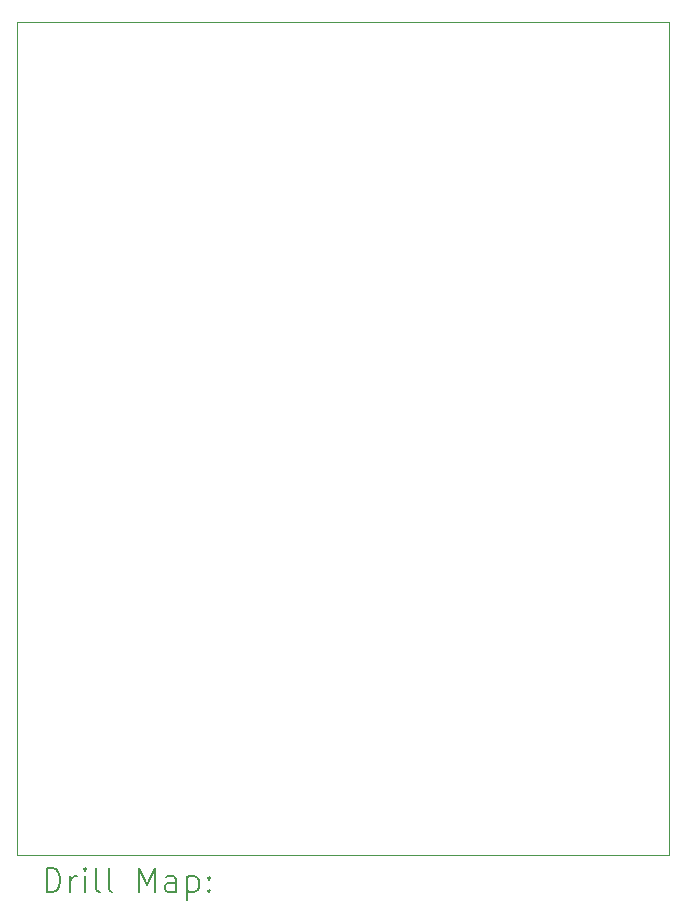
<source format=gbr>
%FSLAX45Y45*%
G04 Gerber Fmt 4.5, Leading zero omitted, Abs format (unit mm)*
G04 Created by KiCad (PCBNEW (6.0.2)) date 2023-04-06 22:38:39*
%MOMM*%
%LPD*%
G01*
G04 APERTURE LIST*
%TA.AperFunction,Profile*%
%ADD10C,0.100000*%
%TD*%
%ADD11C,0.200000*%
G04 APERTURE END LIST*
D10*
X7874000Y-5270500D02*
X13398500Y-5270500D01*
X13398500Y-5270500D02*
X13398500Y-12319000D01*
X13398500Y-12319000D02*
X7874000Y-12319000D01*
X7874000Y-12319000D02*
X7874000Y-5270500D01*
D11*
X8126619Y-12634476D02*
X8126619Y-12434476D01*
X8174238Y-12434476D01*
X8202809Y-12444000D01*
X8221857Y-12463048D01*
X8231381Y-12482095D01*
X8240905Y-12520190D01*
X8240905Y-12548762D01*
X8231381Y-12586857D01*
X8221857Y-12605905D01*
X8202809Y-12624952D01*
X8174238Y-12634476D01*
X8126619Y-12634476D01*
X8326619Y-12634476D02*
X8326619Y-12501143D01*
X8326619Y-12539238D02*
X8336143Y-12520190D01*
X8345667Y-12510667D01*
X8364714Y-12501143D01*
X8383762Y-12501143D01*
X8450429Y-12634476D02*
X8450429Y-12501143D01*
X8450429Y-12434476D02*
X8440905Y-12444000D01*
X8450429Y-12453524D01*
X8459952Y-12444000D01*
X8450429Y-12434476D01*
X8450429Y-12453524D01*
X8574238Y-12634476D02*
X8555190Y-12624952D01*
X8545667Y-12605905D01*
X8545667Y-12434476D01*
X8679000Y-12634476D02*
X8659952Y-12624952D01*
X8650429Y-12605905D01*
X8650429Y-12434476D01*
X8907571Y-12634476D02*
X8907571Y-12434476D01*
X8974238Y-12577333D01*
X9040905Y-12434476D01*
X9040905Y-12634476D01*
X9221857Y-12634476D02*
X9221857Y-12529714D01*
X9212333Y-12510667D01*
X9193286Y-12501143D01*
X9155190Y-12501143D01*
X9136143Y-12510667D01*
X9221857Y-12624952D02*
X9202810Y-12634476D01*
X9155190Y-12634476D01*
X9136143Y-12624952D01*
X9126619Y-12605905D01*
X9126619Y-12586857D01*
X9136143Y-12567809D01*
X9155190Y-12558286D01*
X9202810Y-12558286D01*
X9221857Y-12548762D01*
X9317095Y-12501143D02*
X9317095Y-12701143D01*
X9317095Y-12510667D02*
X9336143Y-12501143D01*
X9374238Y-12501143D01*
X9393286Y-12510667D01*
X9402810Y-12520190D01*
X9412333Y-12539238D01*
X9412333Y-12596381D01*
X9402810Y-12615428D01*
X9393286Y-12624952D01*
X9374238Y-12634476D01*
X9336143Y-12634476D01*
X9317095Y-12624952D01*
X9498048Y-12615428D02*
X9507571Y-12624952D01*
X9498048Y-12634476D01*
X9488524Y-12624952D01*
X9498048Y-12615428D01*
X9498048Y-12634476D01*
X9498048Y-12510667D02*
X9507571Y-12520190D01*
X9498048Y-12529714D01*
X9488524Y-12520190D01*
X9498048Y-12510667D01*
X9498048Y-12529714D01*
M02*

</source>
